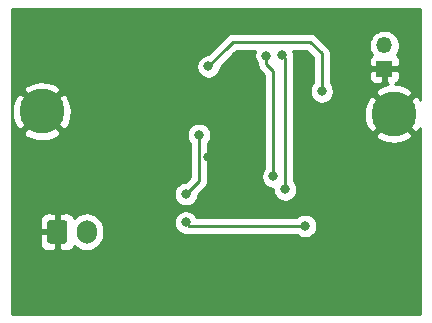
<source format=gbr>
%TF.GenerationSoftware,KiCad,Pcbnew,5.1.10-88a1d61d58~90~ubuntu21.04.1*%
%TF.CreationDate,2021-08-03T21:09:56+05:30*%
%TF.ProjectId,The Sixth Eye KiCAD,54686520-5369-4787-9468-20457965204b,v2*%
%TF.SameCoordinates,Original*%
%TF.FileFunction,Copper,L2,Bot*%
%TF.FilePolarity,Positive*%
%FSLAX46Y46*%
G04 Gerber Fmt 4.6, Leading zero omitted, Abs format (unit mm)*
G04 Created by KiCad (PCBNEW 5.1.10-88a1d61d58~90~ubuntu21.04.1) date 2021-08-03 21:09:56*
%MOMM*%
%LPD*%
G01*
G04 APERTURE LIST*
%TA.AperFunction,ComponentPad*%
%ADD10O,1.350000X1.350000*%
%TD*%
%TA.AperFunction,ComponentPad*%
%ADD11R,1.350000X1.350000*%
%TD*%
%TA.AperFunction,ConnectorPad*%
%ADD12C,3.800000*%
%TD*%
%TA.AperFunction,ComponentPad*%
%ADD13C,2.600000*%
%TD*%
%TA.AperFunction,ComponentPad*%
%ADD14O,1.700000X2.000000*%
%TD*%
%TA.AperFunction,ViaPad*%
%ADD15C,0.800000*%
%TD*%
%TA.AperFunction,Conductor*%
%ADD16C,0.250000*%
%TD*%
%TA.AperFunction,Conductor*%
%ADD17C,0.254000*%
%TD*%
%TA.AperFunction,Conductor*%
%ADD18C,0.100000*%
%TD*%
G04 APERTURE END LIST*
D10*
%TO.P,J1,2*%
%TO.N,Out*%
X159400000Y-79900000D03*
D11*
%TO.P,J1,1*%
%TO.N,GND*%
X159400000Y-81900000D03*
%TD*%
D12*
%TO.P,H1,1*%
%TO.N,GND*%
X130400000Y-85500000D03*
D13*
X130400000Y-85500000D03*
%TD*%
%TO.P,H2,1*%
%TO.N,GND*%
X160200000Y-85700000D03*
D12*
X160200000Y-85700000D03*
%TD*%
%TO.P,J2,1*%
%TO.N,GND*%
%TA.AperFunction,ComponentPad*%
G36*
G01*
X130850000Y-96450000D02*
X130850000Y-94950000D01*
G75*
G02*
X131100000Y-94700000I250000J0D01*
G01*
X132300000Y-94700000D01*
G75*
G02*
X132550000Y-94950000I0J-250000D01*
G01*
X132550000Y-96450000D01*
G75*
G02*
X132300000Y-96700000I-250000J0D01*
G01*
X131100000Y-96700000D01*
G75*
G02*
X130850000Y-96450000I0J250000D01*
G01*
G37*
%TD.AperFunction*%
D14*
%TO.P,J2,2*%
%TO.N,Vin*%
X134200000Y-95700000D03*
%TD*%
D15*
%TO.N,3.3v*%
X144500000Y-81700000D03*
X154100000Y-83800000D03*
%TO.N,GND*%
X136300000Y-81000000D03*
X143900000Y-78900000D03*
X159000000Y-93700000D03*
X160900000Y-95700000D03*
X159000000Y-97900000D03*
X131600000Y-97600000D03*
X129300000Y-93800000D03*
X144200000Y-101700000D03*
X144500000Y-89400000D03*
X161800000Y-82400000D03*
X153100000Y-81500000D03*
X148800000Y-88200000D03*
%TO.N,VDD_IO*%
X142600000Y-92500000D03*
X143700000Y-87500000D03*
%TO.N,MOSI*%
X150700000Y-80700000D03*
X151000001Y-92100000D03*
%TO.N,MISO*%
X150000000Y-91000000D03*
X149418156Y-80775000D03*
%TO.N,INT1*%
X152700000Y-95200000D03*
X142600000Y-94900000D03*
%TD*%
D16*
%TO.N,3.3v*%
X146125001Y-80074999D02*
X144500000Y-81700000D01*
X146600000Y-79600000D02*
X146125001Y-80074999D01*
X153100000Y-79600000D02*
X146600000Y-79600000D01*
X154100000Y-80600000D02*
X153100000Y-79600000D01*
X154100000Y-83800000D02*
X154100000Y-80600000D01*
%TO.N,GND*%
X153100000Y-81500000D02*
X153100000Y-82200000D01*
X153100000Y-87800000D02*
X159000000Y-93700000D01*
X153100000Y-81500000D02*
X153100000Y-87800000D01*
%TO.N,VDD_IO*%
X143700000Y-91400000D02*
X143700000Y-87500000D01*
X142600000Y-92500000D02*
X143700000Y-91400000D01*
%TO.N,MOSI*%
X151000001Y-81000001D02*
X151000001Y-92100000D01*
X150700000Y-80700000D02*
X151000001Y-81000001D01*
%TO.N,MISO*%
X149418156Y-80775000D02*
X149418156Y-81518156D01*
X150000000Y-82100000D02*
X150000000Y-91000000D01*
X149418156Y-81518156D02*
X150000000Y-82100000D01*
%TO.N,INT1*%
X142900000Y-95200000D02*
X142600000Y-94900000D01*
X152700000Y-95200000D02*
X142900000Y-95200000D01*
%TD*%
D17*
%TO.N,GND*%
X162440000Y-84507793D02*
X162332867Y-84307362D01*
X161976349Y-84103256D01*
X160379605Y-85700000D01*
X161976349Y-87296744D01*
X162332867Y-87092638D01*
X162440000Y-86886988D01*
X162440001Y-102640000D01*
X127860000Y-102640000D01*
X127860000Y-96700000D01*
X130211928Y-96700000D01*
X130224188Y-96824482D01*
X130260498Y-96944180D01*
X130319463Y-97054494D01*
X130398815Y-97151185D01*
X130495506Y-97230537D01*
X130605820Y-97289502D01*
X130725518Y-97325812D01*
X130850000Y-97338072D01*
X131414250Y-97335000D01*
X131573000Y-97176250D01*
X131573000Y-95827000D01*
X130373750Y-95827000D01*
X130215000Y-95985750D01*
X130211928Y-96700000D01*
X127860000Y-96700000D01*
X127860000Y-94700000D01*
X130211928Y-94700000D01*
X130215000Y-95414250D01*
X130373750Y-95573000D01*
X131573000Y-95573000D01*
X131573000Y-94223750D01*
X131827000Y-94223750D01*
X131827000Y-95573000D01*
X131847000Y-95573000D01*
X131847000Y-95827000D01*
X131827000Y-95827000D01*
X131827000Y-97176250D01*
X131985750Y-97335000D01*
X132550000Y-97338072D01*
X132674482Y-97325812D01*
X132794180Y-97289502D01*
X132904494Y-97230537D01*
X133001185Y-97151185D01*
X133080537Y-97054494D01*
X133139502Y-96944180D01*
X133150055Y-96909392D01*
X133370987Y-97090706D01*
X133628967Y-97228599D01*
X133908890Y-97313513D01*
X134200000Y-97342185D01*
X134491111Y-97313513D01*
X134771034Y-97228599D01*
X135029014Y-97090706D01*
X135255134Y-96905134D01*
X135440706Y-96679014D01*
X135578599Y-96421033D01*
X135663513Y-96141110D01*
X135685000Y-95922949D01*
X135685000Y-95477050D01*
X135663513Y-95258889D01*
X135578599Y-94978966D01*
X135481904Y-94798061D01*
X141565000Y-94798061D01*
X141565000Y-95001939D01*
X141604774Y-95201898D01*
X141682795Y-95390256D01*
X141796063Y-95559774D01*
X141940226Y-95703937D01*
X142109744Y-95817205D01*
X142298102Y-95895226D01*
X142498061Y-95935000D01*
X142701939Y-95935000D01*
X142703698Y-95934650D01*
X142751014Y-95949003D01*
X142862667Y-95960000D01*
X142862676Y-95960000D01*
X142899999Y-95963676D01*
X142937322Y-95960000D01*
X151996289Y-95960000D01*
X152040226Y-96003937D01*
X152209744Y-96117205D01*
X152398102Y-96195226D01*
X152598061Y-96235000D01*
X152801939Y-96235000D01*
X153001898Y-96195226D01*
X153190256Y-96117205D01*
X153359774Y-96003937D01*
X153503937Y-95859774D01*
X153617205Y-95690256D01*
X153695226Y-95501898D01*
X153735000Y-95301939D01*
X153735000Y-95098061D01*
X153695226Y-94898102D01*
X153617205Y-94709744D01*
X153503937Y-94540226D01*
X153359774Y-94396063D01*
X153190256Y-94282795D01*
X153001898Y-94204774D01*
X152801939Y-94165000D01*
X152598061Y-94165000D01*
X152398102Y-94204774D01*
X152209744Y-94282795D01*
X152040226Y-94396063D01*
X151996289Y-94440000D01*
X143529738Y-94440000D01*
X143517205Y-94409744D01*
X143403937Y-94240226D01*
X143259774Y-94096063D01*
X143090256Y-93982795D01*
X142901898Y-93904774D01*
X142701939Y-93865000D01*
X142498061Y-93865000D01*
X142298102Y-93904774D01*
X142109744Y-93982795D01*
X141940226Y-94096063D01*
X141796063Y-94240226D01*
X141682795Y-94409744D01*
X141604774Y-94598102D01*
X141565000Y-94798061D01*
X135481904Y-94798061D01*
X135440706Y-94720986D01*
X135255134Y-94494866D01*
X135029013Y-94309294D01*
X134771033Y-94171401D01*
X134491110Y-94086487D01*
X134200000Y-94057815D01*
X133908889Y-94086487D01*
X133628966Y-94171401D01*
X133370986Y-94309294D01*
X133150055Y-94490608D01*
X133139502Y-94455820D01*
X133080537Y-94345506D01*
X133001185Y-94248815D01*
X132904494Y-94169463D01*
X132794180Y-94110498D01*
X132674482Y-94074188D01*
X132550000Y-94061928D01*
X131985750Y-94065000D01*
X131827000Y-94223750D01*
X131573000Y-94223750D01*
X131414250Y-94065000D01*
X130850000Y-94061928D01*
X130725518Y-94074188D01*
X130605820Y-94110498D01*
X130495506Y-94169463D01*
X130398815Y-94248815D01*
X130319463Y-94345506D01*
X130260498Y-94455820D01*
X130224188Y-94575518D01*
X130211928Y-94700000D01*
X127860000Y-94700000D01*
X127860000Y-92398061D01*
X141565000Y-92398061D01*
X141565000Y-92601939D01*
X141604774Y-92801898D01*
X141682795Y-92990256D01*
X141796063Y-93159774D01*
X141940226Y-93303937D01*
X142109744Y-93417205D01*
X142298102Y-93495226D01*
X142498061Y-93535000D01*
X142701939Y-93535000D01*
X142901898Y-93495226D01*
X143090256Y-93417205D01*
X143259774Y-93303937D01*
X143403937Y-93159774D01*
X143517205Y-92990256D01*
X143595226Y-92801898D01*
X143635000Y-92601939D01*
X143635000Y-92539801D01*
X144211004Y-91963798D01*
X144240001Y-91940001D01*
X144266332Y-91907917D01*
X144334974Y-91824277D01*
X144405546Y-91692247D01*
X144422919Y-91634974D01*
X144449003Y-91548986D01*
X144460000Y-91437333D01*
X144460000Y-91437323D01*
X144463676Y-91400000D01*
X144460000Y-91362677D01*
X144460000Y-88203711D01*
X144503937Y-88159774D01*
X144617205Y-87990256D01*
X144695226Y-87801898D01*
X144735000Y-87601939D01*
X144735000Y-87398061D01*
X144695226Y-87198102D01*
X144617205Y-87009744D01*
X144503937Y-86840226D01*
X144359774Y-86696063D01*
X144190256Y-86582795D01*
X144001898Y-86504774D01*
X143801939Y-86465000D01*
X143598061Y-86465000D01*
X143398102Y-86504774D01*
X143209744Y-86582795D01*
X143040226Y-86696063D01*
X142896063Y-86840226D01*
X142782795Y-87009744D01*
X142704774Y-87198102D01*
X142665000Y-87398061D01*
X142665000Y-87601939D01*
X142704774Y-87801898D01*
X142782795Y-87990256D01*
X142896063Y-88159774D01*
X142940001Y-88203712D01*
X142940000Y-91085198D01*
X142560199Y-91465000D01*
X142498061Y-91465000D01*
X142298102Y-91504774D01*
X142109744Y-91582795D01*
X141940226Y-91696063D01*
X141796063Y-91840226D01*
X141682795Y-92009744D01*
X141604774Y-92198102D01*
X141565000Y-92398061D01*
X127860000Y-92398061D01*
X127860000Y-87276349D01*
X128803256Y-87276349D01*
X129007362Y-87632867D01*
X129450223Y-87863575D01*
X129929583Y-88003452D01*
X130427021Y-88047123D01*
X130923422Y-87992909D01*
X131399707Y-87842894D01*
X131792638Y-87632867D01*
X131996744Y-87276349D01*
X130400000Y-85679605D01*
X128803256Y-87276349D01*
X127860000Y-87276349D01*
X127860000Y-85592242D01*
X127907091Y-86023422D01*
X128057106Y-86499707D01*
X128267133Y-86892638D01*
X128623651Y-87096744D01*
X130220395Y-85500000D01*
X130579605Y-85500000D01*
X132176349Y-87096744D01*
X132532867Y-86892638D01*
X132763575Y-86449777D01*
X132903452Y-85970417D01*
X132947123Y-85472979D01*
X132892909Y-84976578D01*
X132742894Y-84500293D01*
X132532867Y-84107362D01*
X132176349Y-83903256D01*
X130579605Y-85500000D01*
X130220395Y-85500000D01*
X128623651Y-83903256D01*
X128267133Y-84107362D01*
X128036425Y-84550223D01*
X127896548Y-85029583D01*
X127860000Y-85445886D01*
X127860000Y-83723651D01*
X128803256Y-83723651D01*
X130400000Y-85320395D01*
X131996744Y-83723651D01*
X131792638Y-83367133D01*
X131349777Y-83136425D01*
X130870417Y-82996548D01*
X130372979Y-82952877D01*
X129876578Y-83007091D01*
X129400293Y-83157106D01*
X129007362Y-83367133D01*
X128803256Y-83723651D01*
X127860000Y-83723651D01*
X127860000Y-81598061D01*
X143465000Y-81598061D01*
X143465000Y-81801939D01*
X143504774Y-82001898D01*
X143582795Y-82190256D01*
X143696063Y-82359774D01*
X143840226Y-82503937D01*
X144009744Y-82617205D01*
X144198102Y-82695226D01*
X144398061Y-82735000D01*
X144601939Y-82735000D01*
X144801898Y-82695226D01*
X144990256Y-82617205D01*
X145159774Y-82503937D01*
X145303937Y-82359774D01*
X145417205Y-82190256D01*
X145495226Y-82001898D01*
X145535000Y-81801939D01*
X145535000Y-81739802D01*
X146688800Y-80586003D01*
X146688809Y-80585992D01*
X146914801Y-80360000D01*
X148469779Y-80360000D01*
X148422930Y-80473102D01*
X148383156Y-80673061D01*
X148383156Y-80876939D01*
X148422930Y-81076898D01*
X148500951Y-81265256D01*
X148614219Y-81434774D01*
X148658156Y-81478711D01*
X148658156Y-81480834D01*
X148654480Y-81518156D01*
X148658156Y-81555478D01*
X148658156Y-81555489D01*
X148669153Y-81667142D01*
X148697473Y-81760500D01*
X148712610Y-81810402D01*
X148783182Y-81942432D01*
X148824064Y-81992246D01*
X148878156Y-82058157D01*
X148907154Y-82081955D01*
X149240000Y-82414802D01*
X149240001Y-90296288D01*
X149196063Y-90340226D01*
X149082795Y-90509744D01*
X149004774Y-90698102D01*
X148965000Y-90898061D01*
X148965000Y-91101939D01*
X149004774Y-91301898D01*
X149082795Y-91490256D01*
X149196063Y-91659774D01*
X149340226Y-91803937D01*
X149509744Y-91917205D01*
X149698102Y-91995226D01*
X149898061Y-92035000D01*
X149965001Y-92035000D01*
X149965001Y-92201939D01*
X150004775Y-92401898D01*
X150082796Y-92590256D01*
X150196064Y-92759774D01*
X150340227Y-92903937D01*
X150509745Y-93017205D01*
X150698103Y-93095226D01*
X150898062Y-93135000D01*
X151101940Y-93135000D01*
X151301899Y-93095226D01*
X151490257Y-93017205D01*
X151659775Y-92903937D01*
X151803938Y-92759774D01*
X151917206Y-92590256D01*
X151995227Y-92401898D01*
X152035001Y-92201939D01*
X152035001Y-91998061D01*
X151995227Y-91798102D01*
X151917206Y-91609744D01*
X151803938Y-91440226D01*
X151760001Y-91396289D01*
X151760001Y-87476349D01*
X158603256Y-87476349D01*
X158807362Y-87832867D01*
X159250223Y-88063575D01*
X159729583Y-88203452D01*
X160227021Y-88247123D01*
X160723422Y-88192909D01*
X161199707Y-88042894D01*
X161592638Y-87832867D01*
X161796744Y-87476349D01*
X160200000Y-85879605D01*
X158603256Y-87476349D01*
X151760001Y-87476349D01*
X151760001Y-85727021D01*
X157652877Y-85727021D01*
X157707091Y-86223422D01*
X157857106Y-86699707D01*
X158067133Y-87092638D01*
X158423651Y-87296744D01*
X160020395Y-85700000D01*
X158423651Y-84103256D01*
X158067133Y-84307362D01*
X157836425Y-84750223D01*
X157696548Y-85229583D01*
X157652877Y-85727021D01*
X151760001Y-85727021D01*
X151760001Y-81037323D01*
X151763677Y-81000000D01*
X151760001Y-80962677D01*
X151760001Y-80962668D01*
X151749004Y-80851015D01*
X151734650Y-80803697D01*
X151735000Y-80801939D01*
X151735000Y-80598061D01*
X151695226Y-80398102D01*
X151679444Y-80360000D01*
X152785199Y-80360000D01*
X153340001Y-80914803D01*
X153340000Y-83096289D01*
X153296063Y-83140226D01*
X153182795Y-83309744D01*
X153104774Y-83498102D01*
X153065000Y-83698061D01*
X153065000Y-83901939D01*
X153104774Y-84101898D01*
X153182795Y-84290256D01*
X153296063Y-84459774D01*
X153440226Y-84603937D01*
X153609744Y-84717205D01*
X153798102Y-84795226D01*
X153998061Y-84835000D01*
X154201939Y-84835000D01*
X154401898Y-84795226D01*
X154590256Y-84717205D01*
X154759774Y-84603937D01*
X154903937Y-84459774D01*
X155017205Y-84290256D01*
X155095226Y-84101898D01*
X155130681Y-83923651D01*
X158603256Y-83923651D01*
X160200000Y-85520395D01*
X161796744Y-83923651D01*
X161592638Y-83567133D01*
X161149777Y-83336425D01*
X160670417Y-83196548D01*
X160316086Y-83165441D01*
X160319180Y-83164502D01*
X160429494Y-83105537D01*
X160526185Y-83026185D01*
X160605537Y-82929494D01*
X160664502Y-82819180D01*
X160700812Y-82699482D01*
X160713072Y-82575000D01*
X160710000Y-82185750D01*
X160551250Y-82027000D01*
X159527000Y-82027000D01*
X159527000Y-83051250D01*
X159682224Y-83206474D01*
X159676578Y-83207091D01*
X159200293Y-83357106D01*
X158807362Y-83567133D01*
X158603256Y-83923651D01*
X155130681Y-83923651D01*
X155135000Y-83901939D01*
X155135000Y-83698061D01*
X155095226Y-83498102D01*
X155017205Y-83309744D01*
X154903937Y-83140226D01*
X154860000Y-83096289D01*
X154860000Y-82575000D01*
X158086928Y-82575000D01*
X158099188Y-82699482D01*
X158135498Y-82819180D01*
X158194463Y-82929494D01*
X158273815Y-83026185D01*
X158370506Y-83105537D01*
X158480820Y-83164502D01*
X158600518Y-83200812D01*
X158725000Y-83213072D01*
X159114250Y-83210000D01*
X159273000Y-83051250D01*
X159273000Y-82027000D01*
X158248750Y-82027000D01*
X158090000Y-82185750D01*
X158086928Y-82575000D01*
X154860000Y-82575000D01*
X154860000Y-81225000D01*
X158086928Y-81225000D01*
X158090000Y-81614250D01*
X158248750Y-81773000D01*
X159273000Y-81773000D01*
X159273000Y-81753000D01*
X159527000Y-81753000D01*
X159527000Y-81773000D01*
X160551250Y-81773000D01*
X160710000Y-81614250D01*
X160713072Y-81225000D01*
X160700812Y-81100518D01*
X160664502Y-80980820D01*
X160605537Y-80870506D01*
X160526185Y-80773815D01*
X160439303Y-80702513D01*
X160560907Y-80520518D01*
X160659658Y-80282113D01*
X160710000Y-80029024D01*
X160710000Y-79770976D01*
X160659658Y-79517887D01*
X160560907Y-79279482D01*
X160417544Y-79064923D01*
X160235077Y-78882456D01*
X160020518Y-78739093D01*
X159782113Y-78640342D01*
X159529024Y-78590000D01*
X159270976Y-78590000D01*
X159017887Y-78640342D01*
X158779482Y-78739093D01*
X158564923Y-78882456D01*
X158382456Y-79064923D01*
X158239093Y-79279482D01*
X158140342Y-79517887D01*
X158090000Y-79770976D01*
X158090000Y-80029024D01*
X158140342Y-80282113D01*
X158239093Y-80520518D01*
X158360697Y-80702513D01*
X158273815Y-80773815D01*
X158194463Y-80870506D01*
X158135498Y-80980820D01*
X158099188Y-81100518D01*
X158086928Y-81225000D01*
X154860000Y-81225000D01*
X154860000Y-80637333D01*
X154863677Y-80600000D01*
X154849003Y-80451014D01*
X154805546Y-80307753D01*
X154734974Y-80175724D01*
X154663799Y-80088997D01*
X154640001Y-80059999D01*
X154611003Y-80036201D01*
X153663804Y-79089002D01*
X153640001Y-79059999D01*
X153524276Y-78965026D01*
X153392247Y-78894454D01*
X153248986Y-78850997D01*
X153137333Y-78840000D01*
X153137322Y-78840000D01*
X153100000Y-78836324D01*
X153062678Y-78840000D01*
X146637322Y-78840000D01*
X146599999Y-78836324D01*
X146562676Y-78840000D01*
X146562667Y-78840000D01*
X146451014Y-78850997D01*
X146347306Y-78882456D01*
X146307753Y-78894454D01*
X146175723Y-78965026D01*
X146133146Y-78999969D01*
X146059999Y-79059999D01*
X146036196Y-79089003D01*
X145614008Y-79511191D01*
X145613997Y-79511200D01*
X144460198Y-80665000D01*
X144398061Y-80665000D01*
X144198102Y-80704774D01*
X144009744Y-80782795D01*
X143840226Y-80896063D01*
X143696063Y-81040226D01*
X143582795Y-81209744D01*
X143504774Y-81398102D01*
X143465000Y-81598061D01*
X127860000Y-81598061D01*
X127860000Y-76860000D01*
X162440000Y-76860000D01*
X162440000Y-84507793D01*
%TA.AperFunction,Conductor*%
D18*
G36*
X162440000Y-84507793D02*
G01*
X162332867Y-84307362D01*
X161976349Y-84103256D01*
X160379605Y-85700000D01*
X161976349Y-87296744D01*
X162332867Y-87092638D01*
X162440000Y-86886988D01*
X162440001Y-102640000D01*
X127860000Y-102640000D01*
X127860000Y-96700000D01*
X130211928Y-96700000D01*
X130224188Y-96824482D01*
X130260498Y-96944180D01*
X130319463Y-97054494D01*
X130398815Y-97151185D01*
X130495506Y-97230537D01*
X130605820Y-97289502D01*
X130725518Y-97325812D01*
X130850000Y-97338072D01*
X131414250Y-97335000D01*
X131573000Y-97176250D01*
X131573000Y-95827000D01*
X130373750Y-95827000D01*
X130215000Y-95985750D01*
X130211928Y-96700000D01*
X127860000Y-96700000D01*
X127860000Y-94700000D01*
X130211928Y-94700000D01*
X130215000Y-95414250D01*
X130373750Y-95573000D01*
X131573000Y-95573000D01*
X131573000Y-94223750D01*
X131827000Y-94223750D01*
X131827000Y-95573000D01*
X131847000Y-95573000D01*
X131847000Y-95827000D01*
X131827000Y-95827000D01*
X131827000Y-97176250D01*
X131985750Y-97335000D01*
X132550000Y-97338072D01*
X132674482Y-97325812D01*
X132794180Y-97289502D01*
X132904494Y-97230537D01*
X133001185Y-97151185D01*
X133080537Y-97054494D01*
X133139502Y-96944180D01*
X133150055Y-96909392D01*
X133370987Y-97090706D01*
X133628967Y-97228599D01*
X133908890Y-97313513D01*
X134200000Y-97342185D01*
X134491111Y-97313513D01*
X134771034Y-97228599D01*
X135029014Y-97090706D01*
X135255134Y-96905134D01*
X135440706Y-96679014D01*
X135578599Y-96421033D01*
X135663513Y-96141110D01*
X135685000Y-95922949D01*
X135685000Y-95477050D01*
X135663513Y-95258889D01*
X135578599Y-94978966D01*
X135481904Y-94798061D01*
X141565000Y-94798061D01*
X141565000Y-95001939D01*
X141604774Y-95201898D01*
X141682795Y-95390256D01*
X141796063Y-95559774D01*
X141940226Y-95703937D01*
X142109744Y-95817205D01*
X142298102Y-95895226D01*
X142498061Y-95935000D01*
X142701939Y-95935000D01*
X142703698Y-95934650D01*
X142751014Y-95949003D01*
X142862667Y-95960000D01*
X142862676Y-95960000D01*
X142899999Y-95963676D01*
X142937322Y-95960000D01*
X151996289Y-95960000D01*
X152040226Y-96003937D01*
X152209744Y-96117205D01*
X152398102Y-96195226D01*
X152598061Y-96235000D01*
X152801939Y-96235000D01*
X153001898Y-96195226D01*
X153190256Y-96117205D01*
X153359774Y-96003937D01*
X153503937Y-95859774D01*
X153617205Y-95690256D01*
X153695226Y-95501898D01*
X153735000Y-95301939D01*
X153735000Y-95098061D01*
X153695226Y-94898102D01*
X153617205Y-94709744D01*
X153503937Y-94540226D01*
X153359774Y-94396063D01*
X153190256Y-94282795D01*
X153001898Y-94204774D01*
X152801939Y-94165000D01*
X152598061Y-94165000D01*
X152398102Y-94204774D01*
X152209744Y-94282795D01*
X152040226Y-94396063D01*
X151996289Y-94440000D01*
X143529738Y-94440000D01*
X143517205Y-94409744D01*
X143403937Y-94240226D01*
X143259774Y-94096063D01*
X143090256Y-93982795D01*
X142901898Y-93904774D01*
X142701939Y-93865000D01*
X142498061Y-93865000D01*
X142298102Y-93904774D01*
X142109744Y-93982795D01*
X141940226Y-94096063D01*
X141796063Y-94240226D01*
X141682795Y-94409744D01*
X141604774Y-94598102D01*
X141565000Y-94798061D01*
X135481904Y-94798061D01*
X135440706Y-94720986D01*
X135255134Y-94494866D01*
X135029013Y-94309294D01*
X134771033Y-94171401D01*
X134491110Y-94086487D01*
X134200000Y-94057815D01*
X133908889Y-94086487D01*
X133628966Y-94171401D01*
X133370986Y-94309294D01*
X133150055Y-94490608D01*
X133139502Y-94455820D01*
X133080537Y-94345506D01*
X133001185Y-94248815D01*
X132904494Y-94169463D01*
X132794180Y-94110498D01*
X132674482Y-94074188D01*
X132550000Y-94061928D01*
X131985750Y-94065000D01*
X131827000Y-94223750D01*
X131573000Y-94223750D01*
X131414250Y-94065000D01*
X130850000Y-94061928D01*
X130725518Y-94074188D01*
X130605820Y-94110498D01*
X130495506Y-94169463D01*
X130398815Y-94248815D01*
X130319463Y-94345506D01*
X130260498Y-94455820D01*
X130224188Y-94575518D01*
X130211928Y-94700000D01*
X127860000Y-94700000D01*
X127860000Y-92398061D01*
X141565000Y-92398061D01*
X141565000Y-92601939D01*
X141604774Y-92801898D01*
X141682795Y-92990256D01*
X141796063Y-93159774D01*
X141940226Y-93303937D01*
X142109744Y-93417205D01*
X142298102Y-93495226D01*
X142498061Y-93535000D01*
X142701939Y-93535000D01*
X142901898Y-93495226D01*
X143090256Y-93417205D01*
X143259774Y-93303937D01*
X143403937Y-93159774D01*
X143517205Y-92990256D01*
X143595226Y-92801898D01*
X143635000Y-92601939D01*
X143635000Y-92539801D01*
X144211004Y-91963798D01*
X144240001Y-91940001D01*
X144266332Y-91907917D01*
X144334974Y-91824277D01*
X144405546Y-91692247D01*
X144422919Y-91634974D01*
X144449003Y-91548986D01*
X144460000Y-91437333D01*
X144460000Y-91437323D01*
X144463676Y-91400000D01*
X144460000Y-91362677D01*
X144460000Y-88203711D01*
X144503937Y-88159774D01*
X144617205Y-87990256D01*
X144695226Y-87801898D01*
X144735000Y-87601939D01*
X144735000Y-87398061D01*
X144695226Y-87198102D01*
X144617205Y-87009744D01*
X144503937Y-86840226D01*
X144359774Y-86696063D01*
X144190256Y-86582795D01*
X144001898Y-86504774D01*
X143801939Y-86465000D01*
X143598061Y-86465000D01*
X143398102Y-86504774D01*
X143209744Y-86582795D01*
X143040226Y-86696063D01*
X142896063Y-86840226D01*
X142782795Y-87009744D01*
X142704774Y-87198102D01*
X142665000Y-87398061D01*
X142665000Y-87601939D01*
X142704774Y-87801898D01*
X142782795Y-87990256D01*
X142896063Y-88159774D01*
X142940001Y-88203712D01*
X142940000Y-91085198D01*
X142560199Y-91465000D01*
X142498061Y-91465000D01*
X142298102Y-91504774D01*
X142109744Y-91582795D01*
X141940226Y-91696063D01*
X141796063Y-91840226D01*
X141682795Y-92009744D01*
X141604774Y-92198102D01*
X141565000Y-92398061D01*
X127860000Y-92398061D01*
X127860000Y-87276349D01*
X128803256Y-87276349D01*
X129007362Y-87632867D01*
X129450223Y-87863575D01*
X129929583Y-88003452D01*
X130427021Y-88047123D01*
X130923422Y-87992909D01*
X131399707Y-87842894D01*
X131792638Y-87632867D01*
X131996744Y-87276349D01*
X130400000Y-85679605D01*
X128803256Y-87276349D01*
X127860000Y-87276349D01*
X127860000Y-85592242D01*
X127907091Y-86023422D01*
X128057106Y-86499707D01*
X128267133Y-86892638D01*
X128623651Y-87096744D01*
X130220395Y-85500000D01*
X130579605Y-85500000D01*
X132176349Y-87096744D01*
X132532867Y-86892638D01*
X132763575Y-86449777D01*
X132903452Y-85970417D01*
X132947123Y-85472979D01*
X132892909Y-84976578D01*
X132742894Y-84500293D01*
X132532867Y-84107362D01*
X132176349Y-83903256D01*
X130579605Y-85500000D01*
X130220395Y-85500000D01*
X128623651Y-83903256D01*
X128267133Y-84107362D01*
X128036425Y-84550223D01*
X127896548Y-85029583D01*
X127860000Y-85445886D01*
X127860000Y-83723651D01*
X128803256Y-83723651D01*
X130400000Y-85320395D01*
X131996744Y-83723651D01*
X131792638Y-83367133D01*
X131349777Y-83136425D01*
X130870417Y-82996548D01*
X130372979Y-82952877D01*
X129876578Y-83007091D01*
X129400293Y-83157106D01*
X129007362Y-83367133D01*
X128803256Y-83723651D01*
X127860000Y-83723651D01*
X127860000Y-81598061D01*
X143465000Y-81598061D01*
X143465000Y-81801939D01*
X143504774Y-82001898D01*
X143582795Y-82190256D01*
X143696063Y-82359774D01*
X143840226Y-82503937D01*
X144009744Y-82617205D01*
X144198102Y-82695226D01*
X144398061Y-82735000D01*
X144601939Y-82735000D01*
X144801898Y-82695226D01*
X144990256Y-82617205D01*
X145159774Y-82503937D01*
X145303937Y-82359774D01*
X145417205Y-82190256D01*
X145495226Y-82001898D01*
X145535000Y-81801939D01*
X145535000Y-81739802D01*
X146688800Y-80586003D01*
X146688809Y-80585992D01*
X146914801Y-80360000D01*
X148469779Y-80360000D01*
X148422930Y-80473102D01*
X148383156Y-80673061D01*
X148383156Y-80876939D01*
X148422930Y-81076898D01*
X148500951Y-81265256D01*
X148614219Y-81434774D01*
X148658156Y-81478711D01*
X148658156Y-81480834D01*
X148654480Y-81518156D01*
X148658156Y-81555478D01*
X148658156Y-81555489D01*
X148669153Y-81667142D01*
X148697473Y-81760500D01*
X148712610Y-81810402D01*
X148783182Y-81942432D01*
X148824064Y-81992246D01*
X148878156Y-82058157D01*
X148907154Y-82081955D01*
X149240000Y-82414802D01*
X149240001Y-90296288D01*
X149196063Y-90340226D01*
X149082795Y-90509744D01*
X149004774Y-90698102D01*
X148965000Y-90898061D01*
X148965000Y-91101939D01*
X149004774Y-91301898D01*
X149082795Y-91490256D01*
X149196063Y-91659774D01*
X149340226Y-91803937D01*
X149509744Y-91917205D01*
X149698102Y-91995226D01*
X149898061Y-92035000D01*
X149965001Y-92035000D01*
X149965001Y-92201939D01*
X150004775Y-92401898D01*
X150082796Y-92590256D01*
X150196064Y-92759774D01*
X150340227Y-92903937D01*
X150509745Y-93017205D01*
X150698103Y-93095226D01*
X150898062Y-93135000D01*
X151101940Y-93135000D01*
X151301899Y-93095226D01*
X151490257Y-93017205D01*
X151659775Y-92903937D01*
X151803938Y-92759774D01*
X151917206Y-92590256D01*
X151995227Y-92401898D01*
X152035001Y-92201939D01*
X152035001Y-91998061D01*
X151995227Y-91798102D01*
X151917206Y-91609744D01*
X151803938Y-91440226D01*
X151760001Y-91396289D01*
X151760001Y-87476349D01*
X158603256Y-87476349D01*
X158807362Y-87832867D01*
X159250223Y-88063575D01*
X159729583Y-88203452D01*
X160227021Y-88247123D01*
X160723422Y-88192909D01*
X161199707Y-88042894D01*
X161592638Y-87832867D01*
X161796744Y-87476349D01*
X160200000Y-85879605D01*
X158603256Y-87476349D01*
X151760001Y-87476349D01*
X151760001Y-85727021D01*
X157652877Y-85727021D01*
X157707091Y-86223422D01*
X157857106Y-86699707D01*
X158067133Y-87092638D01*
X158423651Y-87296744D01*
X160020395Y-85700000D01*
X158423651Y-84103256D01*
X158067133Y-84307362D01*
X157836425Y-84750223D01*
X157696548Y-85229583D01*
X157652877Y-85727021D01*
X151760001Y-85727021D01*
X151760001Y-81037323D01*
X151763677Y-81000000D01*
X151760001Y-80962677D01*
X151760001Y-80962668D01*
X151749004Y-80851015D01*
X151734650Y-80803697D01*
X151735000Y-80801939D01*
X151735000Y-80598061D01*
X151695226Y-80398102D01*
X151679444Y-80360000D01*
X152785199Y-80360000D01*
X153340001Y-80914803D01*
X153340000Y-83096289D01*
X153296063Y-83140226D01*
X153182795Y-83309744D01*
X153104774Y-83498102D01*
X153065000Y-83698061D01*
X153065000Y-83901939D01*
X153104774Y-84101898D01*
X153182795Y-84290256D01*
X153296063Y-84459774D01*
X153440226Y-84603937D01*
X153609744Y-84717205D01*
X153798102Y-84795226D01*
X153998061Y-84835000D01*
X154201939Y-84835000D01*
X154401898Y-84795226D01*
X154590256Y-84717205D01*
X154759774Y-84603937D01*
X154903937Y-84459774D01*
X155017205Y-84290256D01*
X155095226Y-84101898D01*
X155130681Y-83923651D01*
X158603256Y-83923651D01*
X160200000Y-85520395D01*
X161796744Y-83923651D01*
X161592638Y-83567133D01*
X161149777Y-83336425D01*
X160670417Y-83196548D01*
X160316086Y-83165441D01*
X160319180Y-83164502D01*
X160429494Y-83105537D01*
X160526185Y-83026185D01*
X160605537Y-82929494D01*
X160664502Y-82819180D01*
X160700812Y-82699482D01*
X160713072Y-82575000D01*
X160710000Y-82185750D01*
X160551250Y-82027000D01*
X159527000Y-82027000D01*
X159527000Y-83051250D01*
X159682224Y-83206474D01*
X159676578Y-83207091D01*
X159200293Y-83357106D01*
X158807362Y-83567133D01*
X158603256Y-83923651D01*
X155130681Y-83923651D01*
X155135000Y-83901939D01*
X155135000Y-83698061D01*
X155095226Y-83498102D01*
X155017205Y-83309744D01*
X154903937Y-83140226D01*
X154860000Y-83096289D01*
X154860000Y-82575000D01*
X158086928Y-82575000D01*
X158099188Y-82699482D01*
X158135498Y-82819180D01*
X158194463Y-82929494D01*
X158273815Y-83026185D01*
X158370506Y-83105537D01*
X158480820Y-83164502D01*
X158600518Y-83200812D01*
X158725000Y-83213072D01*
X159114250Y-83210000D01*
X159273000Y-83051250D01*
X159273000Y-82027000D01*
X158248750Y-82027000D01*
X158090000Y-82185750D01*
X158086928Y-82575000D01*
X154860000Y-82575000D01*
X154860000Y-81225000D01*
X158086928Y-81225000D01*
X158090000Y-81614250D01*
X158248750Y-81773000D01*
X159273000Y-81773000D01*
X159273000Y-81753000D01*
X159527000Y-81753000D01*
X159527000Y-81773000D01*
X160551250Y-81773000D01*
X160710000Y-81614250D01*
X160713072Y-81225000D01*
X160700812Y-81100518D01*
X160664502Y-80980820D01*
X160605537Y-80870506D01*
X160526185Y-80773815D01*
X160439303Y-80702513D01*
X160560907Y-80520518D01*
X160659658Y-80282113D01*
X160710000Y-80029024D01*
X160710000Y-79770976D01*
X160659658Y-79517887D01*
X160560907Y-79279482D01*
X160417544Y-79064923D01*
X160235077Y-78882456D01*
X160020518Y-78739093D01*
X159782113Y-78640342D01*
X159529024Y-78590000D01*
X159270976Y-78590000D01*
X159017887Y-78640342D01*
X158779482Y-78739093D01*
X158564923Y-78882456D01*
X158382456Y-79064923D01*
X158239093Y-79279482D01*
X158140342Y-79517887D01*
X158090000Y-79770976D01*
X158090000Y-80029024D01*
X158140342Y-80282113D01*
X158239093Y-80520518D01*
X158360697Y-80702513D01*
X158273815Y-80773815D01*
X158194463Y-80870506D01*
X158135498Y-80980820D01*
X158099188Y-81100518D01*
X158086928Y-81225000D01*
X154860000Y-81225000D01*
X154860000Y-80637333D01*
X154863677Y-80600000D01*
X154849003Y-80451014D01*
X154805546Y-80307753D01*
X154734974Y-80175724D01*
X154663799Y-80088997D01*
X154640001Y-80059999D01*
X154611003Y-80036201D01*
X153663804Y-79089002D01*
X153640001Y-79059999D01*
X153524276Y-78965026D01*
X153392247Y-78894454D01*
X153248986Y-78850997D01*
X153137333Y-78840000D01*
X153137322Y-78840000D01*
X153100000Y-78836324D01*
X153062678Y-78840000D01*
X146637322Y-78840000D01*
X146599999Y-78836324D01*
X146562676Y-78840000D01*
X146562667Y-78840000D01*
X146451014Y-78850997D01*
X146347306Y-78882456D01*
X146307753Y-78894454D01*
X146175723Y-78965026D01*
X146133146Y-78999969D01*
X146059999Y-79059999D01*
X146036196Y-79089003D01*
X145614008Y-79511191D01*
X145613997Y-79511200D01*
X144460198Y-80665000D01*
X144398061Y-80665000D01*
X144198102Y-80704774D01*
X144009744Y-80782795D01*
X143840226Y-80896063D01*
X143696063Y-81040226D01*
X143582795Y-81209744D01*
X143504774Y-81398102D01*
X143465000Y-81598061D01*
X127860000Y-81598061D01*
X127860000Y-76860000D01*
X162440000Y-76860000D01*
X162440000Y-84507793D01*
G37*
%TD.AperFunction*%
%TD*%
M02*

</source>
